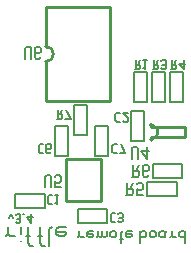
<source format=gbr>
G04 start of page 9 for group -4078 idx -4078 *
G04 Title: remote-board, bottomsilk *
G04 Creator: pcb 20140316 *
G04 CreationDate: Fri 18 Apr 2014 07:05:31 PM GMT UTC *
G04 For: ben *
G04 Format: Gerber/RS-274X *
G04 PCB-Dimensions (mil): 6000.00 5000.00 *
G04 PCB-Coordinate-Origin: lower left *
%MOIN*%
%FSLAX25Y25*%
%LNBOTTOMSILK*%
%ADD64C,0.0100*%
%ADD63C,0.0060*%
%ADD62C,0.0080*%
G54D62*X150000Y414250D02*X150750Y415750D01*
X151500Y414250D02*X150750Y415750D01*
X152400Y413125D02*X152775Y412750D01*
X153525D01*
X153900Y413125D01*
X153525Y415750D02*X153900Y415375D01*
X152775Y415750D02*X153525D01*
X152400Y415375D02*X152775Y415750D01*
Y414100D02*X153525D01*
X153900Y413125D02*Y413725D01*
Y414475D02*Y415375D01*
Y414475D02*X153525Y414100D01*
X153900Y413725D02*X153525Y414100D01*
X154800Y415750D02*X155175D01*
X156075Y414625D02*X157575Y412750D01*
X156075Y414625D02*X157950D01*
X157575Y412750D02*Y415750D01*
X149790Y409030D02*Y411400D01*
Y409030D02*X150580Y408240D01*
X152160D01*
X149000D02*X149790Y409030D01*
X154056Y406660D02*Y406818D01*
Y409030D02*Y411400D01*
X156426Y405870D02*Y411400D01*
Y405870D02*X157216Y405080D01*
X158006D01*
X155636Y408240D02*X157216D01*
X160376Y405870D02*Y411400D01*
Y405870D02*X161166Y405080D01*
X161956D01*
X159586Y408240D02*X161166D01*
X163536Y405080D02*Y410610D01*
X164326Y411400D01*
X166696D02*X169066D01*
X165906Y410610D02*X166696Y411400D01*
X165906Y409030D02*Y410610D01*
Y409030D02*X166696Y408240D01*
X168276D01*
X169066Y409030D01*
X165906Y409820D02*X169066D01*
Y409030D02*Y409820D01*
X173490Y408430D02*Y409900D01*
Y408430D02*X173980Y407940D01*
X174960D01*
X173000D02*X173490Y408430D01*
X176626Y409900D02*X178096D01*
X176136Y409410D02*X176626Y409900D01*
X176136Y408430D02*Y409410D01*
Y408430D02*X176626Y407940D01*
X177606D01*
X178096Y408430D01*
X176136Y408920D02*X178096D01*
Y408430D02*Y408920D01*
X179762Y408430D02*Y409900D01*
Y408430D02*X180252Y407940D01*
X180742D01*
X181232Y408430D01*
Y409900D01*
Y408430D02*X181722Y407940D01*
X182212D01*
X182702Y408430D01*
Y409900D01*
X179272Y407940D02*X179762Y408430D01*
X183878D02*Y409410D01*
Y408430D02*X184368Y407940D01*
X185348D01*
X185838Y408430D01*
Y409410D01*
X185348Y409900D02*X185838Y409410D01*
X184368Y409900D02*X185348D01*
X183878Y409410D02*X184368Y409900D01*
X187504Y405980D02*Y409410D01*
X187994Y409900D01*
X187014Y407450D02*X187994D01*
X189464Y409900D02*X190934D01*
X188974Y409410D02*X189464Y409900D01*
X188974Y408430D02*Y409410D01*
Y408430D02*X189464Y407940D01*
X190444D01*
X190934Y408430D01*
X188974Y408920D02*X190934D01*
Y408430D02*Y408920D01*
X193874Y405980D02*Y409900D01*
Y409410D02*X194364Y409900D01*
X195344D01*
X195834Y409410D01*
Y408430D02*Y409410D01*
X195344Y407940D02*X195834Y408430D01*
X194364Y407940D02*X195344D01*
X193874Y408430D02*X194364Y407940D01*
X197010Y408430D02*Y409410D01*
Y408430D02*X197500Y407940D01*
X198480D01*
X198970Y408430D01*
Y409410D01*
X198480Y409900D02*X198970Y409410D01*
X197500Y409900D02*X198480D01*
X197010Y409410D02*X197500Y409900D01*
X201616Y407940D02*X202106Y408430D01*
X200636Y407940D02*X201616D01*
X200146Y408430D02*X200636Y407940D01*
X200146Y408430D02*Y409410D01*
X200636Y409900D01*
X202106Y407940D02*Y409410D01*
X202596Y409900D01*
X200636D02*X201616D01*
X202106Y409410D01*
X204262Y408430D02*Y409900D01*
Y408430D02*X204752Y407940D01*
X205732D01*
X203772D02*X204262Y408430D01*
X208868Y405980D02*Y409900D01*
X208378D02*X208868Y409410D01*
X207398Y409900D02*X208378D01*
X206908Y409410D02*X207398Y409900D01*
X206908Y408430D02*Y409410D01*
Y408430D02*X207398Y407940D01*
X208378D01*
X208868Y408430D01*
G54D63*X195175Y449931D02*Y440069D01*
X190825Y449931D02*X195175D01*
X190825D02*Y440069D01*
X195175D01*
X205931Y426175D02*X196069D01*
Y421825D01*
X205931D01*
Y426175D01*
X198022Y427825D02*X207883D01*
Y432175D02*Y427825D01*
X198022Y432175D02*X207883D01*
X198022D02*Y427825D01*
G54D64*X208709Y444772D02*Y441228D01*
X197291Y444772D02*X208709D01*
X197291Y445500D02*Y444772D01*
Y441228D02*Y440500D01*
Y441228D02*X208709D01*
X197291Y440500D02*G75*G03X197291Y445500I0J2500D01*G01*
G54D63*X196175Y462931D02*Y453069D01*
X191825Y462931D02*X196175D01*
X191825D02*Y453069D01*
X196175D01*
X208175Y462883D02*Y453022D01*
X203825Y462883D02*X208175D01*
X203825D02*Y453022D01*
X208175D01*
X202231Y462899D02*Y453038D01*
X197882Y462899D02*X202231D01*
X197882D02*Y453038D01*
X202231D01*
X152117Y417825D02*X161978D01*
Y422175D02*Y417825D01*
X152117Y422175D02*X161978D01*
X152117D02*Y417825D01*
G54D64*X162394Y484566D02*X183606D01*
Y453434D01*
X162394D02*X183606D01*
X162394Y484566D02*Y471500D01*
Y466500D02*Y453434D01*
Y466500D02*G75*G03X162394Y471500I0J2500D01*G01*
G54D63*X178825Y444883D02*Y435022D01*
X183175D01*
Y444883D02*Y435022D01*
X178825Y444883D02*X183175D01*
X165325Y444931D02*Y435069D01*
X169675D01*
Y444931D02*Y435069D01*
X165325Y444931D02*X169675D01*
G54D64*X169100Y420000D02*Y433900D01*
X180900D01*
Y420000D02*Y433900D01*
X169100Y420000D02*X180900D01*
G54D63*X173022Y412825D02*X182883D01*
Y417175D02*Y412825D01*
X173022Y417175D02*X182883D01*
X173022D02*Y412825D01*
X171825Y451883D02*Y442022D01*
X176175D01*
Y451883D02*Y442022D01*
X171825Y451883D02*X176175D01*
G54D62*X163485Y421926D02*X164473D01*
X162953Y421394D02*X163485Y421926D01*
X162953Y419418D02*Y421394D01*
Y419418D02*X163485Y418886D01*
X164473D01*
X165385Y419494D02*X165993Y418886D01*
Y421926D01*
X165385D02*X166525D01*
X162100Y424600D02*Y428100D01*
X162600Y428600D01*
X163600D01*
X164100Y428100D01*
Y424600D02*Y428100D01*
X165300Y424600D02*X167300D01*
X165300D02*Y426600D01*
X165800Y426100D01*
X166800D01*
X167300Y426600D01*
Y428100D01*
X166800Y428600D02*X167300Y428100D01*
X165800Y428600D02*X166800D01*
X165300Y428100D02*X165800Y428600D01*
X184992Y438976D02*X185993D01*
X184453Y438437D02*X184992Y438976D01*
X184453Y436435D02*Y438437D01*
Y436435D02*X184992Y435896D01*
X185993D01*
X187302Y438976D02*X188842Y435896D01*
X186917D02*X188842D01*
X160539Y438976D02*X161540D01*
X160000Y438437D02*X160539Y438976D01*
X160000Y436435D02*Y438437D01*
Y436435D02*X160539Y435896D01*
X161540D01*
X163619D02*X164004Y436281D01*
X162849Y435896D02*X163619D01*
X162464Y436281D02*X162849Y435896D01*
X162464Y436281D02*Y438591D01*
X162849Y438976D01*
X163619Y437282D02*X164004Y437667D01*
X162464Y437282D02*X163619D01*
X162849Y438976D02*X163619D01*
X164004Y438591D01*
Y437667D02*Y438591D01*
X184492Y415976D02*X185493D01*
X183953Y415437D02*X184492Y415976D01*
X183953Y413435D02*Y415437D01*
Y413435D02*X184492Y412896D01*
X185493D01*
X186417Y413281D02*X186802Y412896D01*
X187572D01*
X187957Y413281D01*
X187572Y415976D02*X187957Y415591D01*
X186802Y415976D02*X187572D01*
X186417Y415591D02*X186802Y415976D01*
Y414282D02*X187572D01*
X187957Y413281D02*Y413897D01*
Y414667D02*Y415591D01*
Y414667D02*X187572Y414282D01*
X187957Y413897D02*X187572Y414282D01*
X165953Y447386D02*X167473D01*
X167853Y447766D01*
Y448526D01*
X167473Y448906D02*X167853Y448526D01*
X166333Y448906D02*X167473D01*
X166333Y447386D02*Y450426D01*
X166941Y448906D02*X167853Y450426D01*
X169145D02*X170665Y447386D01*
X168765D02*X170665D01*
X155500Y467490D02*Y470955D01*
X155995Y471450D01*
X156985D01*
X157480Y470955D01*
Y467490D02*Y470955D01*
X160153Y467490D02*X160648Y467985D01*
X159163Y467490D02*X160153D01*
X158668Y467985D02*X159163Y467490D01*
X158668Y467985D02*Y470955D01*
X159163Y471450D01*
X160153Y469272D02*X160648Y469767D01*
X158668Y469272D02*X160153D01*
X159163Y471450D02*X160153D01*
X160648Y470955D01*
Y469767D02*Y470955D01*
X192000Y463886D02*X193520D01*
X193900Y464266D01*
Y465026D01*
X193520Y465406D02*X193900Y465026D01*
X192380Y465406D02*X193520D01*
X192380Y463886D02*Y466926D01*
X192988Y465406D02*X193900Y466926D01*
X194812Y464494D02*X195420Y463886D01*
Y466926D01*
X194812D02*X195952D01*
X198031Y463933D02*X199531D01*
X199906Y464308D01*
Y465058D01*
X199531Y465433D02*X199906Y465058D01*
X198406Y465433D02*X199531D01*
X198406Y463933D02*Y466933D01*
X199006Y465433D02*X199906Y466933D01*
X200806Y464308D02*X201181Y463933D01*
X201931D01*
X202306Y464308D01*
X201931Y466933D02*X202306Y466558D01*
X201181Y466933D02*X201931D01*
X200806Y466558D02*X201181Y466933D01*
Y465283D02*X201931D01*
X202306Y464308D02*Y464908D01*
Y465658D02*Y466558D01*
Y465658D02*X201931Y465283D01*
X202306Y464908D02*X201931Y465283D01*
X204000Y463923D02*X205500D01*
X205875Y464298D01*
Y465048D01*
X205500Y465423D02*X205875Y465048D01*
X204375Y465423D02*X205500D01*
X204375Y463923D02*Y466923D01*
X204975Y465423D02*X205875Y466923D01*
X206775Y465798D02*X208275Y463923D01*
X206775Y465798D02*X208650D01*
X208275Y463923D02*Y466923D01*
X186039Y449476D02*X187040D01*
X185500Y448937D02*X186039Y449476D01*
X185500Y446935D02*Y448937D01*
Y446935D02*X186039Y446396D01*
X187040D01*
X187964Y446781D02*X188349Y446396D01*
X189504D01*
X189889Y446781D01*
Y447551D01*
X187964Y449476D02*X189889Y447551D01*
X187964Y449476D02*X189889D01*
X191047Y428126D02*X193047D01*
X193547Y428626D01*
Y429626D01*
X193047Y430126D02*X193547Y429626D01*
X191547Y430126D02*X193047D01*
X191547Y428126D02*Y432126D01*
X192347Y430126D02*X193547Y432126D01*
X196247Y428126D02*X196747Y428626D01*
X195247Y428126D02*X196247D01*
X194747Y428626D02*X195247Y428126D01*
X194747Y428626D02*Y431626D01*
X195247Y432126D01*
X196247Y429926D02*X196747Y430426D01*
X194747Y429926D02*X196247D01*
X195247Y432126D02*X196247D01*
X196747Y431626D01*
Y430426D02*Y431626D01*
X189000Y422126D02*X191000D01*
X191500Y422626D01*
Y423626D01*
X191000Y424126D02*X191500Y423626D01*
X189500Y424126D02*X191000D01*
X189500Y422126D02*Y426126D01*
X190300Y424126D02*X191500Y426126D01*
X192700Y422126D02*X194700D01*
X192700D02*Y424126D01*
X193200Y423626D01*
X194200D01*
X194700Y424126D01*
Y425626D01*
X194200Y426126D02*X194700Y425626D01*
X193200Y426126D02*X194200D01*
X192700Y425626D02*X193200Y426126D01*
X191000Y434126D02*Y437626D01*
X191500Y438126D01*
X192500D01*
X193000Y437626D01*
Y434126D02*Y437626D01*
X194200Y436626D02*X196200Y434126D01*
X194200Y436626D02*X196700D01*
X196200Y434126D02*Y438126D01*
M02*

</source>
